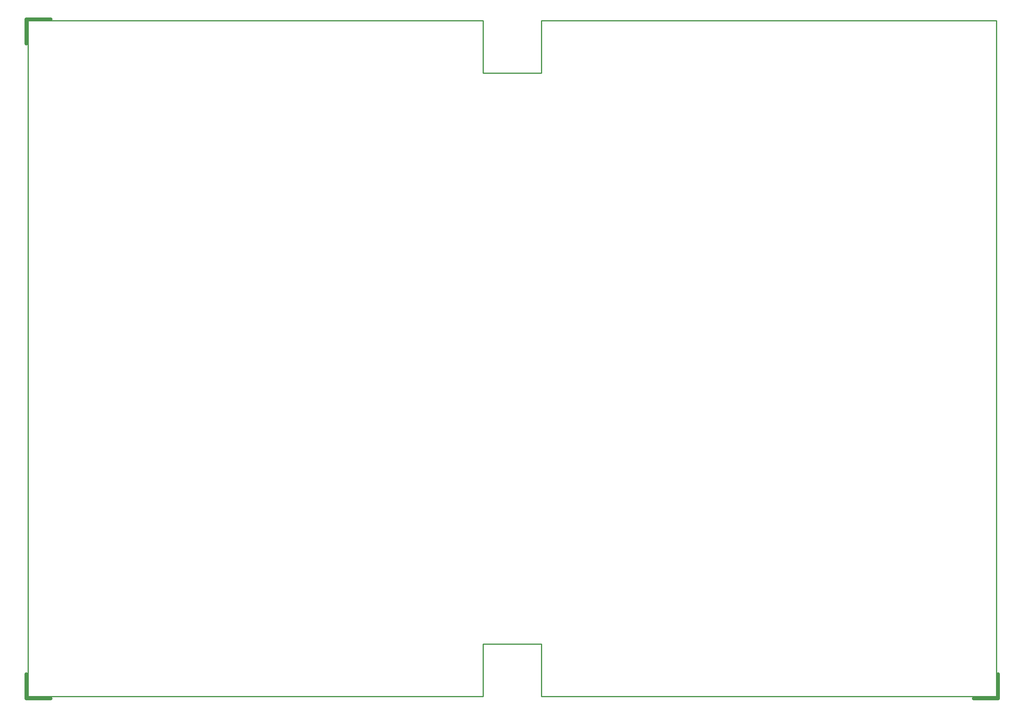
<source format=gko>
%FSLAX25Y25*%
%MOIN*%
G70*
G01*
G75*
G04 Layer_Color=16711935*
%ADD10R,0.04331X0.05512*%
%ADD11R,0.08071X0.01772*%
%ADD12R,0.08071X0.01772*%
%ADD13R,0.05512X0.04331*%
%ADD14O,0.08000X0.01600*%
%ADD15O,0.01575X0.07480*%
%ADD16R,0.05118X0.03937*%
%ADD17R,0.03937X0.05118*%
%ADD18O,0.07480X0.01575*%
%ADD19R,0.07480X0.07087*%
%ADD20R,0.05315X0.01575*%
%ADD21R,0.06299X0.08268*%
%ADD22R,0.07480X0.07480*%
%ADD23O,0.02559X0.06693*%
%ADD24R,0.04000X0.02600*%
%ADD25R,0.05512X0.03937*%
%ADD26R,0.05906X0.05906*%
%ADD27O,0.07087X0.01575*%
%ADD28R,0.03500X0.05000*%
%ADD29R,0.05000X0.05000*%
%ADD30C,0.03000*%
%ADD31C,0.00700*%
%ADD32C,0.00800*%
%ADD33C,0.01000*%
%ADD34R,0.05906X0.05906*%
%ADD35C,0.05906*%
%ADD36C,0.04724*%
%ADD37R,0.04724X0.04724*%
%ADD38C,0.06000*%
%ADD39C,0.04000*%
%ADD40R,0.04000X0.04000*%
%ADD41R,0.05000X0.05000*%
%ADD42C,0.05000*%
%ADD43R,0.06500X0.06500*%
%ADD44C,0.06500*%
%ADD45C,0.12000*%
%ADD46C,0.14000*%
%ADD47R,0.06000X0.06000*%
%ADD48C,0.06693*%
%ADD49C,0.06299*%
%ADD50R,0.04000X0.04000*%
%ADD51C,0.15748*%
%ADD52R,0.06000X0.06000*%
%ADD53C,0.06200*%
%ADD54R,0.06200X0.06200*%
%ADD55C,0.08400*%
%ADD56C,0.10600*%
%ADD57C,0.12500*%
%ADD58C,0.00984*%
%ADD59C,0.00787*%
%ADD60C,0.01200*%
%ADD61C,0.00600*%
%ADD62R,0.04731X0.05912*%
%ADD63R,0.08471X0.02172*%
%ADD64R,0.08471X0.02172*%
%ADD65R,0.05912X0.04731*%
%ADD66O,0.08400X0.02000*%
%ADD67O,0.01975X0.07880*%
%ADD68R,0.05518X0.04337*%
%ADD69R,0.04337X0.05518*%
%ADD70O,0.07880X0.01975*%
%ADD71R,0.07880X0.07487*%
%ADD72R,0.05715X0.01975*%
%ADD73R,0.06699X0.08668*%
%ADD74R,0.07880X0.07880*%
%ADD75O,0.02959X0.07093*%
%ADD76R,0.04400X0.03000*%
%ADD77R,0.05912X0.04337*%
%ADD78R,0.06306X0.06306*%
%ADD79O,0.07487X0.01975*%
%ADD80R,0.03900X0.05400*%
%ADD81R,0.05400X0.05400*%
%ADD82R,0.06306X0.06306*%
%ADD83C,0.06306*%
%ADD84C,0.05124*%
%ADD85R,0.05124X0.05124*%
%ADD86C,0.06400*%
%ADD87C,0.04400*%
%ADD88R,0.04400X0.04400*%
%ADD89R,0.05400X0.05400*%
%ADD90C,0.05400*%
%ADD91R,0.06900X0.06900*%
%ADD92C,0.06900*%
%ADD93C,0.12400*%
%ADD94C,0.14400*%
%ADD95R,0.06400X0.06400*%
%ADD96C,0.07093*%
%ADD97C,0.06699*%
%ADD98R,0.04400X0.04400*%
%ADD99C,0.16148*%
%ADD100R,0.06400X0.06400*%
%ADD101C,0.06600*%
%ADD102R,0.06600X0.06600*%
%ADD103C,0.08800*%
%ADD104C,0.11000*%
%ADD105C,0.12900*%
D30*
X98500Y98500D02*
Y119500D01*
X931500Y98500D02*
Y119500D01*
X98500Y660500D02*
Y681500D01*
Y98500D02*
X119500D01*
X910500D02*
X931500D01*
X98500Y681500D02*
X119500D01*
D33*
X540000Y635000D02*
Y680000D01*
Y100000D02*
X930000D01*
X540000Y680000D02*
X930000D01*
X490000Y635000D02*
X540000D01*
X490000Y145000D02*
X540000D01*
X100000Y680000D02*
X490000D01*
X100000Y100000D02*
X490000D01*
X930000D02*
Y680000D01*
X490000Y635000D02*
Y680000D01*
X540000Y100000D02*
Y145000D01*
X490000Y100000D02*
Y145000D01*
X100000Y100000D02*
Y680000D01*
M02*

</source>
